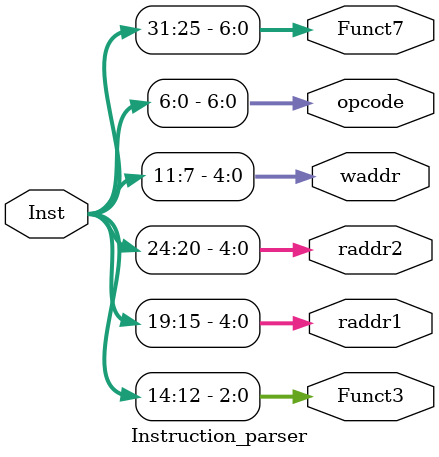
<source format=sv>


module Instruction_parser(

    input  logic [31:0] Inst,
    output logic [2:0]  Funct3,
    output logic [4:0]  raddr1,raddr2,waddr,
    output logic [6:0]  opcode,
    output logic [6:0]  Funct7
);

    assign opcode = Inst[6:0];
    assign waddr  = Inst[11:7];
    assign Funct3 = Inst[14:12];
    assign raddr1 = Inst[19:15];
    assign raddr2 = Inst[24:20];
    assign Funct7 = Inst[31:25];
 
endmodule
</source>
